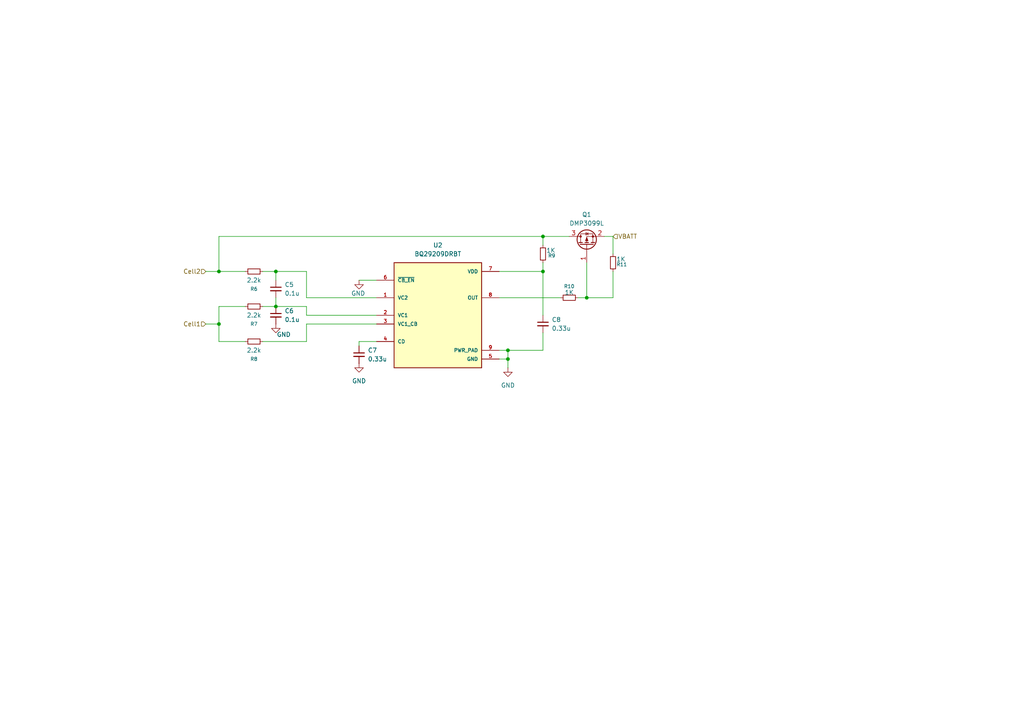
<source format=kicad_sch>
(kicad_sch (version 20250114) (generator "eeschema") (generator_version "9.0")
  (paper "A4")
  (lib_symbols
    (symbol "BQ29209DRBT:BQ29209DRBT" (pin_names (offset 1.016))
      (property "Reference" "U" (at -12.7 16.24 0))
      (property "Value" "BQ29209DRBT" (at -12.7 -19.24 0))
      (symbol "BQ29209DRBT_0_0"
        (rectangle (start -12.7 -15.24) (end 12.7 15.24) (stroke (width 0.254)) (fill (type background)))
        (pin input line (at -17.78 10.16 0) (length 5.08) (name "~{CB_EN}") (number "6"))
        (pin input line (at -17.78 5.08 0) (length 5.08) (name "VC2") (number "1"))
        (pin input line (at -17.78 0 0) (length 5.08) (name "VC1") (number "2"))
        (pin input line (at -17.78 -2.54 0) (length 5.08) (name "VC1_CB") (number "3"))
        (pin passive line (at -17.78 -7.62 0) (length 5.08) (name "CD") (number "4"))
        (pin power_in line (at 17.78 12.7 180) (length 5.08) (name "VDD") (number "7"))
        (pin output line (at 17.78 5.08 180) (length 5.08) (name "OUT") (number "8"))
        (pin power_in line (at 17.78 -10.16 180) (length 5.08) (name "PWR_PAD") (number "9"))
        (pin power_in line (at 17.78 -12.7 180) (length 5.08) (name "GND") (number "5"))
      )
    )
    (symbol "Device:C_Small" (pin_numbers (hide yes)) (pin_names (offset 0.254) (hide yes))
      (property "Reference" "C" (at 0.254 1.778 0))
      (property "Value" "C_Small" (at 0.254 -2.032 0))
      (symbol "C_Small_0_1"
        (polyline (pts (xy -1.524 0.508) (xy 1.524 0.508)) (stroke (width 0.3048)))
        (polyline (pts (xy -1.524 -0.508) (xy 1.524 -0.508)) (stroke (width 0.3302)))
      )
      (symbol "C_Small_1_1"
        (pin passive line (at 0 2.54 270) (length 2.032) (name "~") (number "1"))
        (pin passive line (at 0 -2.54 90) (length 2.032) (name "~") (number "2"))
      )
    )
    (symbol "Device:R_Small" (pin_numbers (hide yes)) (pin_names (offset 0.254) (hide yes))
      (property "Reference" "R" (at 0 0 90))
      (property "Value" "R_Small" (at 1.778 0 90))
      (symbol "R_Small_0_1"
        (rectangle (start -0.762 1.778) (end 0.762 -1.778) (stroke (width 0.2032)))
      )
      (symbol "R_Small_1_1"
        (pin passive line (at 0 2.54 270) (length 0.762) (name "~") (number "1"))
        (pin passive line (at 0 -2.54 90) (length 0.762) (name "~") (number "2"))
      )
    )
    (symbol "Transistor_FET:DMP3099L" (pin_names (offset 0) (hide yes))
      (property "Reference" "Q" (at 5.08 1.905 0))
      (property "Value" "DMP3099L" (at 5.08 0 0))
      (symbol "DMP3099L_0_1"
        (polyline (pts (xy 0.254 1.905) (xy 0.254 -1.905)) (stroke (width 0.254)))
        (polyline (pts (xy 0.254 0) (xy -2.54 0)))
        (polyline (pts (xy 0.762 2.286) (xy 0.762 1.27)) (stroke (width 0.254)))
        (polyline (pts (xy 0.762 1.778) (xy 3.302 1.778) (xy 3.302 -1.778) (xy 0.762 -1.778)))
        (polyline (pts (xy 0.762 0.508) (xy 0.762 -0.508)) (stroke (width 0.254)))
        (polyline (pts (xy 0.762 -1.27) (xy 0.762 -2.286)) (stroke (width 0.254)))
        (circle (center 1.651 0) (radius 2.794) (stroke (width 0.254)))
        (polyline (pts (xy 2.286 0) (xy 1.27 0.381) (xy 1.27 -0.381) (xy 2.286 0)) (fill (type outline)))
        (polyline (pts (xy 2.54 2.54) (xy 2.54 1.778)))
        (circle (center 2.54 1.778) (radius 0.254) (fill (type outline)))
        (circle (center 2.54 -1.778) (radius 0.254) (fill (type outline)))
        (polyline (pts (xy 2.54 -2.54) (xy 2.54 0) (xy 0.762 0)))
        (polyline (pts (xy 2.921 -0.381) (xy 3.683 -0.381)))
        (polyline (pts (xy 3.302 -0.381) (xy 2.921 0.254) (xy 3.683 0.254) (xy 3.302 -0.381)))
      )
      (symbol "DMP3099L_1_1"
        (pin input line (at -5.08 0 0) (length 2.54) (name "G") (number "1"))
        (pin passive line (at 2.54 5.08 270) (length 2.54) (name "D") (number "3"))
        (pin passive line (at 2.54 -5.08 90) (length 2.54) (name "S") (number "2"))
      )
    )
    (symbol "power:GND" (power) (pin_numbers (hide yes)) (pin_names (offset 0) (hide yes))
      (property "Value" "GND" (at 0 -3.81 0))
      (symbol "GND_0_1"
        (polyline (pts (xy 0 0) (xy 0 -1.27) (xy 1.27 -1.27) (xy 0 -2.54) (xy -1.27 -1.27) (xy 0 -1.27)))
      )
      (symbol "GND_1_1"
        (pin power_in line (at 0 0 270) (length 0) (name "~") (number "1"))
      )
    )
  )
  (junction (at 63.5 93.98))
  (junction (at 170.18 86.36))
  (junction (at 63.5 78.74))
  (junction (at 80.01 78.74))
  (junction (at 80.01 88.9))
  (junction (at 147.32 104.14))
  (junction (at 157.48 68.58))
  (junction (at 147.32 101.6))
  (junction (at 157.48 78.74))
  (wire (pts (xy 76.2 88.9) (xy 80.01 88.9)))
  (wire (pts (xy 80.01 78.74) (xy 80.01 81.28)))
  (wire (pts (xy 63.5 68.58) (xy 157.48 68.58)))
  (wire (pts (xy 147.32 101.6) (xy 147.32 104.14)))
  (wire (pts (xy 177.8 68.58) (xy 177.8 73.66)))
  (wire (pts (xy 104.14 81.28) (xy 109.22 81.28)))
  (wire (pts (xy 76.2 78.74) (xy 80.01 78.74)))
  (wire (pts (xy 170.18 86.36) (xy 177.8 86.36)))
  (wire (pts (xy 147.32 104.14) (xy 147.32 106.68)))
  (wire (pts (xy 63.5 68.58) (xy 63.5 78.74)))
  (wire (pts (xy 59.69 78.74) (xy 63.5 78.74)))
  (wire (pts (xy 157.48 68.58) (xy 165.1 68.58)))
  (wire (pts (xy 88.9 78.74) (xy 88.9 86.36)))
  (wire (pts (xy 104.14 99.06) (xy 104.14 100.33)))
  (wire (pts (xy 144.78 104.14) (xy 147.32 104.14)))
  (wire (pts (xy 63.5 93.98) (xy 63.5 99.06)))
  (wire (pts (xy 80.01 88.9) (xy 88.9 88.9)))
  (wire (pts (xy 63.5 78.74) (xy 71.12 78.74)))
  (wire (pts (xy 104.14 99.06) (xy 109.22 99.06)))
  (wire (pts (xy 80.01 86.36) (xy 80.01 88.9)))
  (wire (pts (xy 88.9 88.9) (xy 88.9 91.44)))
  (wire (pts (xy 63.5 99.06) (xy 71.12 99.06)))
  (wire (pts (xy 167.64 86.36) (xy 170.18 86.36)))
  (wire (pts (xy 157.48 96.52) (xy 157.48 101.6)))
  (wire (pts (xy 63.5 88.9) (xy 71.12 88.9)))
  (wire (pts (xy 144.78 78.74) (xy 157.48 78.74)))
  (wire (pts (xy 144.78 86.36) (xy 162.56 86.36)))
  (wire (pts (xy 80.01 78.74) (xy 88.9 78.74)))
  (wire (pts (xy 147.32 101.6) (xy 157.48 101.6)))
  (wire (pts (xy 63.5 88.9) (xy 63.5 93.98)))
  (wire (pts (xy 177.8 78.74) (xy 177.8 86.36)))
  (wire (pts (xy 76.2 99.06) (xy 88.9 99.06)))
  (wire (pts (xy 59.69 93.98) (xy 63.5 93.98)))
  (wire (pts (xy 88.9 86.36) (xy 109.22 86.36)))
  (wire (pts (xy 88.9 93.98) (xy 109.22 93.98)))
  (wire (pts (xy 157.48 78.74) (xy 157.48 91.44)))
  (wire (pts (xy 88.9 91.44) (xy 109.22 91.44)))
  (wire (pts (xy 175.26 68.58) (xy 177.8 68.58)))
  (wire (pts (xy 157.48 68.58) (xy 157.48 71.12)))
  (wire (pts (xy 157.48 76.2) (xy 157.48 78.74)))
  (wire (pts (xy 170.18 76.2) (xy 170.18 86.36)))
  (wire (pts (xy 88.9 93.98) (xy 88.9 99.06)))
  (wire (pts (xy 144.78 101.6) (xy 147.32 101.6)))
  (hierarchical_label "Cell1" (shape input) (at 59.69 93.98 180))
  (hierarchical_label "Cell2" (shape input) (at 59.69 78.74 180))
  (hierarchical_label "VBATT" (shape input) (at 177.8 68.58 0))
  (symbol (lib_id "Device:R_Small") (at 165.1 86.36 270) (unit 1)
    (property "Reference" "R10" (at 165.1 83.058 90) (effects (font (size 1.016 1.016))))
    (property "Value" "1K" (at 165.1 84.836 90))
    (property "Footprint" "Resistor_SMD:R_0603_1608Metric" (effects (hide yes)))
    (property "Description" "Resistor, small symbol" (effects (hide yes)))
    (instances (project "EPS" (path "" (reference "R10") (unit 1)) (path "" (reference "R16") (unit 1))))
  )
  (symbol (lib_id "BQ29209DRBT:BQ29209DRBT") (at 127 91.44 0) (unit 1)
    (property "Reference" "U2" (at 127 71.12 0))
    (property "Value" "BQ29209DRBT" (at 127 73.66 0))
    (property "Footprint" "CubeSatLib:IC_BQ29209DRBT" (effects (hide yes)))
    (property "DigiKey_Part_Number" "296-49154-1-ND" (effects (hide yes)))
    (property "SnapEDA_Link" "https://www.snapeda.com/parts/BQ29209DRBT/Texas+Instruments/view-part/?ref=snap" (effects (hide yes)))
    (property "MAXIMUM_PACKAGE_HEIGHT" "1 mm" (effects (hide yes)))
    (property "Package" "VSON-8 Texas Instruments" (effects (hide yes)))
    (property "Check_prices" "https://www.snapeda.com/parts/BQ29209DRBT/Texas+Instruments/view-part/?ref=eda" (effects (hide yes)))
    (property "STANDARD" "Manufacturer recommendations" (effects (hide yes)))
    (property "PARTREV" "C" (effects (hide yes)))
    (property "MF" "Texas Instruments" (effects (hide yes)))
    (property "MP" "BQ29209DRBT" (effects (hide yes)))
    (property "Description_1" "Voltage Protection with Automatic Cell Balance For 2-Cell Li-Ion Batteries, OVP=4.30V" (effects (hide yes)))
    (property "MANUFACTURER" "Texas Instruments" (effects (hide yes)))
    (instances (project "" (path "" (reference "U2") (unit 1)) (path "" (reference "U3") (unit 1))))
  )
  (symbol (lib_id "power:GND") (at 147.32 106.68 0) (unit 1)
    (property "Reference" "#PWR018" (effects (hide yes)))
    (property "Value" "GND" (at 147.32 111.76 0))
    (property "Description" "Power symbol creates a global label with name \"GND\" , ground" (effects (hide yes)))
    (instances (project "EPS" (path "" (reference "#PWR018") (unit 1)) (path "" (reference "#PWR022") (unit 1))))
  )
  (symbol (lib_id "Device:R_Small") (at 177.8 76.2 180) (unit 1)
    (property "Reference" "R11" (at 180.34 76.708 0) (effects (font (size 1.016 1.016))))
    (property "Value" "1K" (at 180.086 75.184 0))
    (property "Footprint" "Resistor_SMD:R_0603_1608Metric" (effects (hide yes)))
    (property "Description" "Resistor, small symbol" (effects (hide yes)))
    (instances (project "EPS" (path "" (reference "R11") (unit 1)) (path "" (reference "R17") (unit 1))))
  )
  (symbol (lib_id "power:GND") (at 80.01 93.98 0) (unit 1)
    (property "Reference" "#PWR015" (effects (hide yes)))
    (property "Value" "GND" (at 82.296 97.028 0))
    (property "Description" "Power symbol creates a global label with name \"GND\" , ground" (effects (hide yes)))
    (instances (project "EPS" (path "" (reference "#PWR015") (unit 1)) (path "" (reference "#PWR019") (unit 1))))
  )
  (symbol (lib_id "Device:C_Small") (at 157.48 93.98 0) (mirror y) (unit 1)
    (property "Reference" "C8" (at 160.02 92.7162 0) (effects (justify right)))
    (property "Value" "0.33u" (at 160.02 95.2562 0) (effects (justify right)))
    (property "Footprint" "Capacitor_SMD:C_0603_1608Metric" (effects (hide yes)))
    (property "Description" "Unpolarized capacitor, small symbol" (effects (hide yes)))
    (instances (project "EPS" (path "" (reference "C8") (unit 1)) (path "" (reference "C12") (unit 1))))
  )
  (symbol (lib_id "power:GND") (at 104.14 81.28 0) (unit 1)
    (property "Reference" "#PWR016" (effects (hide yes)))
    (property "Value" "GND" (at 103.886 85.09 0))
    (property "Description" "Power symbol creates a global label with name \"GND\" , ground" (effects (hide yes)))
    (instances (project "EPS" (path "" (reference "#PWR016") (unit 1)) (path "" (reference "#PWR020") (unit 1))))
  )
  (symbol (lib_id "Device:C_Small") (at 80.01 83.82 0) (unit 1)
    (property "Reference" "C5" (at 82.55 82.5562 0) (effects (justify left)))
    (property "Value" "0.1u" (at 82.55 85.0962 0) (effects (justify left)))
    (property "Footprint" "Capacitor_SMD:C_0603_1608Metric" (effects (hide yes)))
    (property "Description" "Unpolarized capacitor, small symbol" (effects (hide yes)))
    (instances (project "EPS" (path "" (reference "C5") (unit 1)) (path "" (reference "C9") (unit 1))))
  )
  (symbol (lib_id "Transistor_FET:DMP3099L") (at 170.18 71.12 90) (unit 1)
    (property "Reference" "Q1" (at 170.18 62.23 90))
    (property "Value" "DMP3099L" (at 170.18 64.77 90))
    (property "Footprint" "Package_TO_SOT_SMD:SOT-23" (effects (hide yes)))
    (property "Datasheet" "https://www.diodes.com/assets/Datasheets/DMP3099L.pdf" (effects (hide yes)))
    (property "Description" "-3.8A Id, -30V Vds, P-Channel MOSFET, SOT-23" (effects (hide yes)))
    (instances (project "" (path "" (reference "Q1") (unit 1)) (path "" (reference "Q2") (unit 1))))
  )
  (symbol (lib_id "Device:R_Small") (at 157.48 73.66 180) (unit 1)
    (property "Reference" "R9" (at 160.02 74.168 0) (effects (font (size 1.016 1.016))))
    (property "Value" "1K" (at 159.766 72.644 0))
    (property "Footprint" "Resistor_SMD:R_0603_1608Metric" (effects (hide yes)))
    (property "Description" "Resistor, small symbol" (effects (hide yes)))
    (instances (project "EPS" (path "" (reference "R9") (unit 1)) (path "" (reference "R15") (unit 1))))
  )
  (symbol (lib_id "power:GND") (at 104.14 105.41 0) (unit 1)
    (property "Reference" "#PWR017" (effects (hide yes)))
    (property "Value" "GND" (at 104.14 110.49 0))
    (property "Description" "Power symbol creates a global label with name \"GND\" , ground" (effects (hide yes)))
    (instances (project "" (path "" (reference "#PWR017") (unit 1)) (path "" (reference "#PWR021") (unit 1))))
  )
  (symbol (lib_id "Device:C_Small") (at 104.14 102.87 0) (mirror y) (unit 1)
    (property "Reference" "C7" (at 106.68 101.6062 0) (effects (justify right)))
    (property "Value" "0.33u" (at 106.68 104.1462 0) (effects (justify right)))
    (property "Footprint" "Capacitor_SMD:C_0603_1608Metric" (effects (hide yes)))
    (property "Description" "Unpolarized capacitor, small symbol" (effects (hide yes)))
    (instances (project "" (path "" (reference "C7") (unit 1)) (path "" (reference "C11") (unit 1))))
  )
  (symbol (lib_id "Device:R_Small") (at 73.66 99.06 90) (unit 1)
    (property "Reference" "R8" (at 73.66 104.14 90) (effects (font (size 1.016 1.016))))
    (property "Value" "2.2k" (at 73.66 101.6 90))
    (property "Footprint" "Resistor_SMD:R_0603_1608Metric" (effects (hide yes)))
    (property "Description" "Resistor, small symbol" (effects (hide yes)))
    (instances (project "" (path "" (reference "R8") (unit 1)) (path "" (reference "R14") (unit 1))))
  )
  (symbol (lib_id "Device:R_Small") (at 73.66 88.9 90) (unit 1)
    (property "Reference" "R7" (at 73.66 93.98 90) (effects (font (size 1.016 1.016))))
    (property "Value" "2.2k" (at 73.66 91.44 90))
    (property "Footprint" "Resistor_SMD:R_0603_1608Metric" (effects (hide yes)))
    (property "Description" "Resistor, small symbol" (effects (hide yes)))
    (instances (project "EPS" (path "" (reference "R7") (unit 1)) (path "" (reference "R13") (unit 1))))
  )
  (symbol (lib_id "Device:R_Small") (at 73.66 78.74 90) (unit 1)
    (property "Reference" "R6" (at 73.66 83.82 90) (effects (font (size 1.016 1.016))))
    (property "Value" "2.2k" (at 73.66 81.28 90))
    (property "Footprint" "Resistor_SMD:R_0603_1608Metric" (effects (hide yes)))
    (property "Description" "Resistor, small symbol" (effects (hide yes)))
    (instances (project "EPS" (path "" (reference "R6") (unit 1)) (path "" (reference "R12") (unit 1))))
  )
  (symbol (lib_id "Device:C_Small") (at 80.01 91.44 0) (unit 1)
    (property "Reference" "C6" (at 82.55 90.1762 0) (effects (justify left)))
    (property "Value" "0.1u" (at 82.55 92.7162 0) (effects (justify left)))
    (property "Footprint" "Capacitor_SMD:C_0603_1608Metric" (effects (hide yes)))
    (property "Description" "Unpolarized capacitor, small symbol" (effects (hide yes)))
    (instances (project "" (path "" (reference "C6") (unit 1)) (path "" (reference "C10") (unit 1))))
  )
)
</source>
